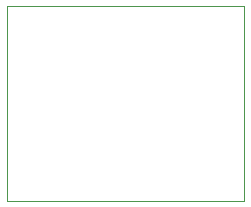
<source format=gbr>
%TF.GenerationSoftware,KiCad,Pcbnew,(7.0.0)*%
%TF.CreationDate,2023-08-25T15:33:25+02:00*%
%TF.ProjectId,PSP GO JIG_0805_Nano,50535020-474f-4204-9a49-475f30383035,rev?*%
%TF.SameCoordinates,Original*%
%TF.FileFunction,Profile,NP*%
%FSLAX46Y46*%
G04 Gerber Fmt 4.6, Leading zero omitted, Abs format (unit mm)*
G04 Created by KiCad (PCBNEW (7.0.0)) date 2023-08-25 15:33:25*
%MOMM*%
%LPD*%
G01*
G04 APERTURE LIST*
%TA.AperFunction,Profile*%
%ADD10C,0.100000*%
%TD*%
G04 APERTURE END LIST*
D10*
X58860000Y-31000000D02*
X79000000Y-31000000D01*
X79000000Y-31000000D02*
X79000000Y-47580000D01*
X79000000Y-47580000D02*
X58860000Y-47580000D01*
X58860000Y-47580000D02*
X58860000Y-31000000D01*
M02*

</source>
